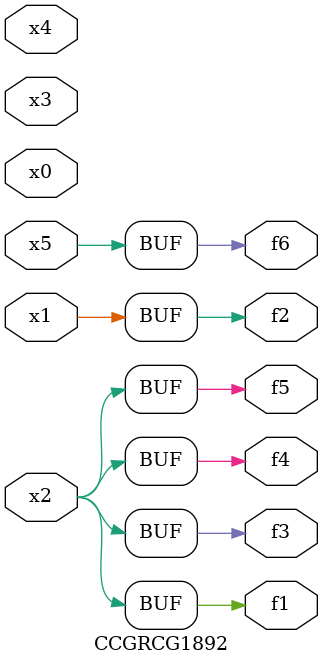
<source format=v>
module CCGRCG1892(
	input x0, x1, x2, x3, x4, x5,
	output f1, f2, f3, f4, f5, f6
);
	assign f1 = x2;
	assign f2 = x1;
	assign f3 = x2;
	assign f4 = x2;
	assign f5 = x2;
	assign f6 = x5;
endmodule

</source>
